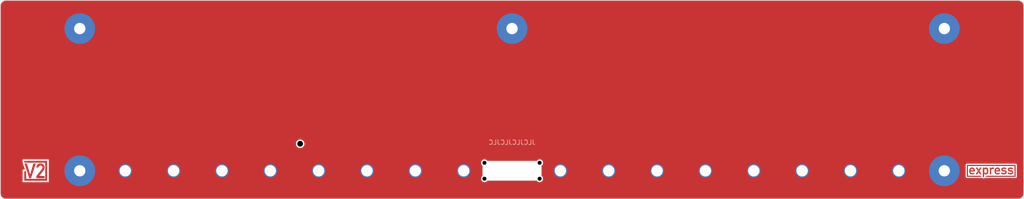
<source format=kicad_pcb>
(kicad_pcb (version 20240108) (generator "pcbnew") (generator_version "8.0")
  (layers (0 "F.Cu" signal "Front") (31 "B.Cu" signal "Back") (34 "B.Paste" user) (35 "F.Paste" user) (36 "B.SilkS" user "B.Silkscreen") (37 "F.SilkS" user "F.Silkscreen") (38 "B.Mask" user) (39 "F.Mask" user) (44 "Edge.Cuts" user))
  (property "Order-Number" "JLCJLCJLCJLC")
  (net 0 "")
  (net 1 "GND")
  (footprint "V2_Mechanical:MountingHole_2mm_Pad_2.4mm" (layer "F.Cu") (at 258 110)
    (property "Reference" "H109" (hide yes))
    (property "Value" "Mounting_Hole" (hide yes))
  )
  (footprint "V2_Mechanical:MountingHole_2mm_Pad_5.2mm" (layer "F.Cu") (at 283 110)
    (property "Reference" "H102" (hide yes))
    (property "Value" "Mounting_Hole" (hide yes))
  )
  (footprint "V2_Mechanical:MountingHole_2mm_Pad_2.4mm" (layer "F.Cu") (at 173 110)
    (property "Reference" "H118" (hide yes))
    (property "Value" "Mounting_Hole" (hide yes))
  )
  (footprint "V2_Artwork:Logo_Small" (layer "F.Cu") (at 123.25 110)
    (property "Reference" "ICON102" (hide yes))
    (property "Value" "V2-logo" (hide yes))
  )
  (footprint "V2_Mechanical:MountingHole_2mm_Pad_2.4mm" (layer "F.Cu") (at 139 110)
    (property "Reference" "H122" (hide yes))
    (property "Value" "Mounting_Hole" (hide yes))
  )
  (footprint "V2_Mechanical:MountingHole_2mm_Pad_5.2mm" (layer "F.Cu") (at 131 110)
    (property "Reference" "H105" (hide yes))
    (property "Value" "Mounting_Hole" (hide yes))
  )
  (footprint "V2_Mechanical:MountingHole_1mm" (layer "F.Cu") (at 169.75 105.25)
    (property "Reference" "H106" (hide yes))
    (property "Value" "MountingHole_1mm" (hide yes))
  )
  (footprint "V2_Mechanical:MountingHole_2mm_Pad_2.4mm" (layer "F.Cu") (at 164.5 110)
    (property "Reference" "H119" (hide yes))
    (property "Value" "Mounting_Hole" (hide yes))
  )
  (footprint "V2_Mechanical:MountingHole_2mm_Pad_2.4mm" (layer "F.Cu") (at 275 110)
    (property "Reference" "H107" (hide yes))
    (property "Value" "Mounting_Hole" (hide yes))
  )
  (footprint "V2_Mechanical:MountingHole_2mm_Pad_2.4mm" (layer "F.Cu") (at 215.5 110)
    (property "Reference" "H114" (hide yes))
    (property "Value" "Mounting_Hole" (hide yes))
  )
  (footprint "V2_Mechanical:MountingHole_2mm_Pad_2.4mm" (layer "F.Cu") (at 232.5 110)
    (property "Reference" "H112" (hide yes))
    (property "Value" "Mounting_Hole" (hide yes))
  )
  (footprint "V2_Mechanical:MountingHole_2mm_Pad_2.4mm" (layer "F.Cu") (at 190 110)
    (property "Reference" "H116" (hide yes))
    (property "Value" "Mounting_Hole" (hide yes))
  )
  (footprint "V2_Mechanical:MountingHole_2mm_Pad_2.4mm" (layer "F.Cu") (at 181.5 110)
    (property "Reference" "H117" (hide yes))
    (property "Value" "Mounting_Hole" (hide yes))
  )
  (footprint "V2_Mechanical:MountingHole_2mm_Pad_2.4mm" (layer "F.Cu") (at 249.5 110)
    (property "Reference" "H110" (hide yes))
    (property "Value" "Mounting_Hole" (hide yes))
  )
  (footprint "V2_Mechanical:MountingHole_2mm_Pad_2.4mm" (layer "F.Cu") (at 241 110)
    (property "Reference" "H111" (hide yes))
    (property "Value" "Mounting_Hole" (hide yes))
  )
  (footprint "V2_Mechanical:MountingHole_2mm_Pad_2.4mm" (layer "F.Cu") (at 224 110)
    (property "Reference" "H113" (hide yes))
    (property "Value" "Mounting_Hole" (hide yes))
  )
  (footprint "V2_Mechanical:MountingHole_2mm_Pad_2.4mm" (layer "F.Cu") (at 156 110)
    (property "Reference" "H120" (hide yes))
    (property "Value" "Mounting_Hole" (hide yes))
  )
  (footprint "V2_Mechanical:MountingHole_2mm_Pad_2.4mm" (layer "F.Cu") (at 198.5 110 90)
    (property "Reference" "H115" (hide yes))
    (property "Value" "Mounting_Hole" (hide yes))
  )
  (footprint "V2_PCB_Devices:PCB_Button-top" (layer "F.Cu") (at 207 110 90)
    (property "Reference" "SWT101" (hide yes))
    (property "Value" "Button-top" (hide yes))
    (fp_line (start 1.65 -5.1) (end 1.65 5.1) (stroke (width 0.05)) (layer "Edge.Cuts"))
    (fp_line (start -1.65 -5.1) (end 1.65 -5.1) (stroke (width 0.05)) (layer "Edge.Cuts"))
    (fp_line (start 1.65 5.1) (end -1.65 5.1) (stroke (width 0.05)) (layer "Edge.Cuts"))
    (fp_line (start -1.65 5.1) (end -1.65 -5.1) (stroke (width 0.05)) (layer "Edge.Cuts"))
  )
  (footprint "V2_Mechanical:MountingHole_2mm_Pad_5.2mm" (layer "F.Cu") (at 207 85)
    (property "Reference" "H103" (hide yes))
    (property "Value" "Mounting_Hole" (hide yes))
  )
  (footprint "V2_Mechanical:MountingHole_2mm_Pad_2.4mm" (layer "F.Cu") (at 147.5 110)
    (property "Reference" "H121" (hide yes))
    (property "Value" "Mounting_Hole" (hide yes))
  )
  (footprint "V2_Mechanical:MountingHole_2mm_Pad_5.2mm" (layer "F.Cu") (at 283 85)
    (property "Reference" "H101" (hide yes))
    (property "Value" "Mounting_Hole" (hide yes))
  )
  (footprint "V2_Artwork:Board_express_Small" (layer "F.Cu") (at 291.25 110)
    (property "Reference" "ICON101" (hide yes))
    (property "Value" "Board_express" (hide yes))
  )
  (footprint "V2_Mechanical:MountingHole_2mm_Pad_2.4mm" (layer "F.Cu") (at 266.5 110)
    (property "Reference" "H108" (hide yes))
    (property "Value" "Mounting_Hole" (hide yes))
  )
  (footprint "V2_Mechanical:MountingHole_2mm_Pad_5.2mm" (layer "F.Cu") (at 131 85)
    (property "Reference" "H104" (hide yes))
    (property "Value" "Mounting_Hole" (hide yes))
  )
  (footprint "V2_Production:Order_Number" (layer "B.Cu") (at 207 105 180)
    (property "Reference" "INFO101" (hide yes))
    (property "Value" "ORDER-NUMBER" (hide yes))
  )
  (gr_line (start 117 81) (end 117 114) (stroke (width 0.05)) (layer "Edge.Cuts"))
  (gr_line (start 118 80) (end 296 80) (stroke (width 0.05)) (layer "Edge.Cuts"))
  (gr_line (start 297 81) (end 297 114) (stroke (width 0.05)) (layer "Edge.Cuts"))
  (gr_arc (start 118 115) (mid 117.292893 114.707107) (end 117 114) (stroke (width 0.05)) (layer "Edge.Cuts"))
  (gr_arc (start 297 114) (mid 296.707107 114.707107) (end 296 115) (stroke (width 0.05)) (layer "Edge.Cuts"))
  (gr_arc (start 117 81) (mid 117.292893 80.292893) (end 118 80) (stroke (width 0.05)) (layer "Edge.Cuts"))
  (gr_arc (start 296 80) (mid 296.707107 80.292893) (end 297 81) (stroke (width 0.05)) (layer "Edge.Cuts"))
  (gr_line (start 118 115) (end 296 115) (stroke (width 0.05)) (layer "Edge.Cuts"))
  (zone (net 1) (net_name "GND") (layer "F.Cu") (priority 1) (connect_pads (clearance 0.2)) (min_thickness 0.2) (fill yes (thermal_gap 0.508) (thermal_bridge_width 0.508))
    (polygon (pts (xy 297.005454 115) (xy 117 115) (xy 117 80) (xy 297.005454 80)))
  )
)
</source>
